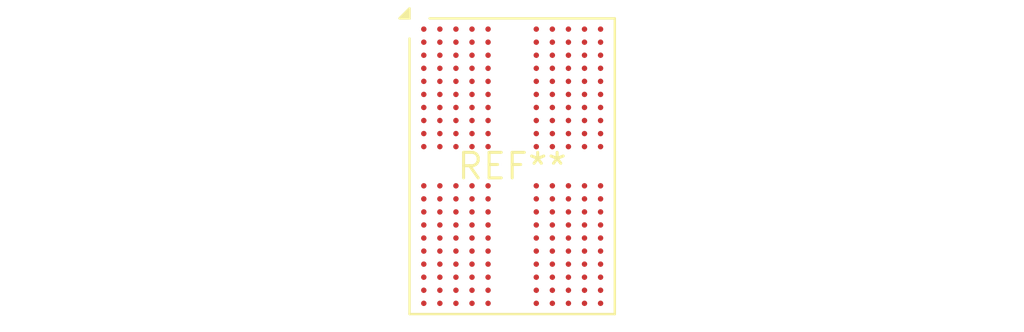
<source format=kicad_pcb>
(kicad_pcb (version 20240108) (generator pcbnew)
  (layers (0 "F.Cu" signal) (31 "B.Cu" signal) (34 "B.Paste" user) (35 "F.Paste" user) (36 "B.SilkS" user "B.Silkscreen") (37 "F.SilkS" user "F.Silkscreen") (38 "B.Mask" user) (39 "F.Mask" user) (44 "Edge.Cuts" user))
  (net 0 "")
  (footprint "BGA-200_10.0x14.5mm_Layout12x22_P0.80x0.65mm" (layer "F.Cu") (at 0 0)
    (property "Reference" "REF**")
    (property "Value" "BGA-200_10.0x14.5mm_Layout12x22_P0.80x0.65mm")
    (fp_line (start -5.11 7.36) (end -5.11 -6.36) (layer "F.SilkS") (stroke (width 0.12)))
    (fp_line (start -4.11 -7.36) (end 5.11 -7.36) (layer "F.SilkS") (stroke (width 0.12)))
    (fp_line (start 5.11 -7.36) (end 5.11 7.36) (layer "F.SilkS") (stroke (width 0.12)))
    (fp_line (start 5.11 7.36) (end -5.11 7.36) (layer "F.SilkS") (stroke (width 0.12)))
    (fp_poly (pts (xy -5.11 -7.36) (xy -5.61 -7.36) (xy -5.11 -7.86) (xy -5.11 -7.36)) (layer "F.SilkS") (stroke (width 0.12)) (fill solid))
    (pad "A1" smd circle (at -4.4 -6.825) (size 0.27 0.27) (property pad_prop_bga) (layers "F.Cu" "F.Paste" "F.Mask"))
    (pad "A2" smd circle (at -3.6 -6.825) (size 0.27 0.27) (property pad_prop_bga) (layers "F.Cu" "F.Paste" "F.Mask"))
    (pad "A3" smd circle (at -2.8 -6.825) (size 0.27 0.27) (property pad_prop_bga) (layers "F.Cu" "F.Paste" "F.Mask"))
    (pad "A4" smd circle (at -2 -6.825) (size 0.27 0.27) (property pad_prop_bga) (layers "F.Cu" "F.Paste" "F.Mask"))
    (pad "A5" smd circle (at -1.2 -6.825) (size 0.27 0.27) (property pad_prop_bga) (layers "F.Cu" "F.Paste" "F.Mask"))
    (pad "A8" smd circle (at 1.2 -6.825) (size 0.27 0.27) (property pad_prop_bga) (layers "F.Cu" "F.Paste" "F.Mask"))
    (pad "A9" smd circle (at 2 -6.825) (size 0.27 0.27) (property pad_prop_bga) (layers "F.Cu" "F.Paste" "F.Mask"))
    (pad "A10" smd circle (at 2.8 -6.825) (size 0.27 0.27) (property pad_prop_bga) (layers "F.Cu" "F.Paste" "F.Mask"))
    (pad "A11" smd circle (at 3.6 -6.825) (size 0.27 0.27) (property pad_prop_bga) (layers "F.Cu" "F.Paste" "F.Mask"))
    (pad "A12" smd circle (at 4.4 -6.825) (size 0.27 0.27) (property pad_prop_bga) (layers "F.Cu" "F.Paste" "F.Mask"))
    (pad "AA1" smd circle (at -4.4 6.175) (size 0.27 0.27) (property pad_prop_bga) (layers "F.Cu" "F.Paste" "F.Mask"))
    (pad "AA2" smd circle (at -3.6 6.175) (size 0.27 0.27) (property pad_prop_bga) (layers "F.Cu" "F.Paste" "F.Mask"))
    (pad "AA3" smd circle (at -2.8 6.175) (size 0.27 0.27) (property pad_prop_bga) (layers "F.Cu" "F.Paste" "F.Mask"))
    (pad "AA4" smd circle (at -2 6.175) (size 0.27 0.27) (property pad_prop_bga) (layers "F.Cu" "F.Paste" "F.Mask"))
    (pad "AA5" smd circle (at -1.2 6.175) (size 0.27 0.27) (property pad_prop_bga) (layers "F.Cu" "F.Paste" "F.Mask"))
    (pad "AA8" smd circle (at 1.2 6.175) (size 0.27 0.27) (property pad_prop_bga) (layers "F.Cu" "F.Paste" "F.Mask"))
    (pad "AA9" smd circle (at 2 6.175) (size 0.27 0.27) (property pad_prop_bga) (layers "F.Cu" "F.Paste" "F.Mask"))
    (pad "AA10" smd circle (at 2.8 6.175) (size 0.27 0.27) (property pad_prop_bga) (layers "F.Cu" "F.Paste" "F.Mask"))
    (pad "AA11" smd circle (at 3.6 6.175) (size 0.27 0.27) (property pad_prop_bga) (layers "F.Cu" "F.Paste" "F.Mask"))
    (pad "AA12" smd circle (at 4.4 6.175) (size 0.27 0.27) (property pad_prop_bga) (layers "F.Cu" "F.Paste" "F.Mask"))
    (pad "AB1" smd circle (at -4.4 6.825) (size 0.27 0.27) (property pad_prop_bga) (layers "F.Cu" "F.Paste" "F.Mask"))
    (pad "AB2" smd circle (at -3.6 6.825) (size 0.27 0.27) (property pad_prop_bga) (layers "F.Cu" "F.Paste" "F.Mask"))
    (pad "AB3" smd circle (at -2.8 6.825) (size 0.27 0.27) (property pad_prop_bga) (layers "F.Cu" "F.Paste" "F.Mask"))
    (pad "AB4" smd circle (at -2 6.825) (size 0.27 0.27) (property pad_prop_bga) (layers "F.Cu" "F.Paste" "F.Mask"))
    (pad "AB5" smd circle (at -1.2 6.825) (size 0.27 0.27) (property pad_prop_bga) (layers "F.Cu" "F.Paste" "F.Mask"))
    (pad "AB8" smd circle (at 1.2 6.825) (size 0.27 0.27) (property pad_prop_bga) (layers "F.Cu" "F.Paste" "F.Mask"))
    (pad "AB9" smd circle (at 2 6.825) (size 0.27 0.27) (property pad_prop_bga) (layers "F.Cu" "F.Paste" "F.Mask"))
    (pad "AB10" smd circle (at 2.8 6.825) (size 0.27 0.27) (property pad_prop_bga) (layers "F.Cu" "F.Paste" "F.Mask"))
    (pad "AB11" smd circle (at 3.6 6.825) (size 0.27 0.27) (property pad_prop_bga) (layers "F.Cu" "F.Paste" "F.Mask"))
    (pad "AB12" smd circle (at 4.4 6.825) (size 0.27 0.27) (property pad_prop_bga) (layers "F.Cu" "F.Paste" "F.Mask"))
    (pad "B1" smd circle (at -4.4 -6.175) (size 0.27 0.27) (property pad_prop_bga) (layers "F.Cu" "F.Paste" "F.Mask"))
    (pad "B2" smd circle (at -3.6 -6.175) (size 0.27 0.27) (property pad_prop_bga) (layers "F.Cu" "F.Paste" "F.Mask"))
    (pad "B3" smd circle (at -2.8 -6.175) (size 0.27 0.27) (property pad_prop_bga) (layers "F.Cu" "F.Paste" "F.Mask"))
    (pad "B4" smd circle (at -2 -6.175) (size 0.27 0.27) (property pad_prop_bga) (layers "F.Cu" "F.Paste" "F.Mask"))
    (pad "B5" smd circle (at -1.2 -6.175) (size 0.27 0.27) (property pad_prop_bga) (layers "F.Cu" "F.Paste" "F.Mask"))
    (pad "B8" smd circle (at 1.2 -6.175) (size 0.27 0.27) (property pad_prop_bga) (layers "F.Cu" "F.Paste" "F.Mask"))
    (pad "B9" smd circle (at 2 -6.175) (size 0.27 0.27) (property pad_prop_bga) (layers "F.Cu" "F.Paste" "F.Mask"))
    (pad "B10" smd circle (at 2.8 -6.175) (size 0.27 0.27) (property pad_prop_bga) (layers "F.Cu" "F.Paste" "F.Mask"))
    (pad "B11" smd circle (at 3.6 -6.175) (size 0.27 0.27) (property pad_prop_bga) (layers "F.Cu" "F.Paste" "F.Mask"))
    (pad "B12" smd circle (at 4.4 -6.175) (size 0.27 0.27) (property pad_prop_bga) (layers "F.Cu" "F.Paste" "F.Mask"))
    (pad "C1" smd circle (at -4.4 -5.525) (size 0.27 0.27) (property pad_prop_bga) (layers "F.Cu" "F.Paste" "F.Mask"))
    (pad "C2" smd circle (at -3.6 -5.525) (size 0.27 0.27) (property pad_prop_bga) (layers "F.Cu" "F.Paste" "F.Mask"))
    (pad "C3" smd circle (at -2.8 -5.525) (size 0.27 0.27) (property pad_prop_bga) (layers "F.Cu" "F.Paste" "F.Mask"))
    (pad "C4" smd circle (at -2 -5.525) (size 0.27 0.27) (property pad_prop_bga) (layers "F.Cu" "F.Paste" "F.Mask"))
    (pad "C5" smd circle (at -1.2 -5.525) (size 0.27 0.27) (property pad_prop_bga) (layers "F.Cu" "F.Paste" "F.Mask"))
    (pad "C8" smd circle (at 1.2 -5.525) (size 0.27 0.27) (property pad_prop_bga) (layers "F.Cu" "F.Paste" "F.Mask"))
    (pad "C9" smd circle (at 2 -5.525) (size 0.27 0.27) (property pad_prop_bga) (layers "F.Cu" "F.Paste" "F.Mask"))
    (pad "C10" smd circle (at 2.8 -5.525) (size 0.27 0.27) (property pad_prop_bga) (layers "F.Cu" "F.Paste" "F.Mask"))
    (pad "C11" smd circle (at 3.6 -5.525) (size 0.27 0.27) (property pad_prop_bga) (layers "F.Cu" "F.Paste" "F.Mask"))
    (pad "C12" smd circle (at 4.4 -5.525) (size 0.27 0.27) (property pad_prop_bga) (layers "F.Cu" "F.Paste" "F.Mask"))
    (pad "D1" smd circle (at -4.4 -4.875) (size 0.27 0.27) (property pad_prop_bga) (layers "F.Cu" "F.Paste" "F.Mask"))
    (pad "D2" smd circle (at -3.6 -4.875) (size 0.27 0.27) (property pad_prop_bga) (layers "F.Cu" "F.Paste" "F.Mask"))
    (pad "D3" smd circle (at -2.8 -4.875) (size 0.27 0.27) (property pad_prop_bga) (layers "F.Cu" "F.Paste" "F.Mask"))
    (pad "D4" smd circle (at -2 -4.875) (size 0.27 0.27) (property pad_prop_bga) (layers "F.Cu" "F.Paste" "F.Mask"))
    (pad "D5" smd circle (at -1.2 -4.875) (size 0.27 0.27) (property pad_prop_bga) (layers "F.Cu" "F.Paste" "F.Mask"))
    (pad "D8" smd circle (at 1.2 -4.875) (size 0.27 0.27) (property pad_prop_bga) (layers "F.Cu" "F.Paste" "F.Mask"))
    (pad "D9" smd circle (at 2 -4.875) (size 0.27 0.27) (property pad_prop_bga) (layers "F.Cu" "F.Paste" "F.Mask"))
    (pad "D10" smd circle (at 2.8 -4.875) (size 0.27 0.27) (property pad_prop_bga) (layers "F.Cu" "F.Paste" "F.Mask"))
    (pad "D11" smd circle (at 3.6 -4.875) (size 0.27 0.27) (property pad_prop_bga) (layers "F.Cu" "F.Paste" "F.Mask"))
    (pad "D12" smd circle (at 4.4 -4.875) (size 0.27 0.27) (property pad_prop_bga) (layers "F.Cu" "F.Paste" "F.Mask"))
    (pad "E1" smd circle (at -4.4 -4.225) (size 0.27 0.27) (property pad_prop_bga) (layers "F.Cu" "F.Paste" "F.Mask"))
    (pad "E2" smd circle (at -3.6 -4.225) (size 0.27 0.27) (property pad_prop_bga) (layers "F.Cu" "F.Paste" "F.Mask"))
    (pad "E3" smd circle (at -2.8 -4.225) (size 0.27 0.27) (property pad_prop_bga) (layers "F.Cu" "F.Paste" "F.Mask"))
    (pad "E4" smd circle (at -2 -4.225) (size 0.27 0.27) (property pad_prop_bga) (layers "F.Cu" "F.Paste" "F.Mask"))
    (pad "E5" smd circle (at -1.2 -4.225) (size 0.27 0.27) (property pad_prop_bga) (layers "F.Cu" "F.Paste" "F.Mask"))
    (pad "E8" smd circle (at 1.2 -4.225) (size 0.27 0.27) (property pad_prop_bga) (layers "F.Cu" "F.Paste" "F.Mask"))
    (pad "E9" smd circle (at 2 -4.225) (size 0.27 0.27) (property pad_prop_bga) (layers "F.Cu" "F.Paste" "F.Mask"))
    (pad "E10" smd circle (at 2.8 -4.225) (size 0.27 0.27) (property pad_prop_bga) (layers "F.Cu" "F.Paste" "F.Mask"))
    (pad "E11" smd circle (at 3.6 -4.225) (size 0.27 0.27) (property pad_prop_bga) (layers "F.Cu" "F.Paste" "F.Mask"))
    (pad "E12" smd circle (at 4.4 -4.225) (size 0.27 0.27) (property pad_prop_bga) (layers "F.Cu" "F.Paste" "F.Mask"))
    (pad "F1" smd circle (at -4.4 -3.575) (size 0.27 0.27) (property pad_prop_bga) (layers "F.Cu" "F.Paste" "F.Mask"))
    (pad "F2" smd circle (at -3.6 -3.575) (size 0.27 0.27) (property pad_prop_bga) (layers "F.Cu" "F.Paste" "F.Mask"))
    (pad "F3" smd circle (at -2.8 -3.575) (size 0.27 0.27) (property pad_prop_bga) (layers "F.Cu" "F.Paste" "F.Mask"))
    (pad "F4" smd circle (at -2 -3.575) (size 0.27 0.27) (property pad_prop_bga) (layers "F.Cu" "F.Paste" "F.Mask"))
    (pad "F5" smd circle (at -1.2 -3.575) (size 0.27 0.27) (property pad_prop_bga) (layers "F.Cu" "F.Paste" "F.Mask"))
    (pad "F8" smd circle (at 1.2 -3.575) (size 0.27 0.27) (property pad_prop_bga) (layers "F.Cu" "F.Paste" "F.Mask"))
    (pad "F9" smd circle (at 2 -3.575) (size 0.27 0.27) (property pad_prop_bga) (layers "F.Cu" "F.Paste" "F.Mask"))
    (pad "F10" smd circle (at 2.8 -3.575) (size 0.27 0.27) (property pad_prop_bga) (layers "F.Cu" "F.Paste" "F.Mask"))
    (pad "F11" smd circle (at 3.6 -3.575) (size 0.27 0.27) (property pad_prop_bga) (layers "F.Cu" "F.Paste" "F.Mask"))
    (pad "F12" smd circle (at 4.4 -3.575) (size 0.27 0.27) (property pad_prop_bga) (layers "F.Cu" "F.Paste" "F.Mask"))
    (pad "G1" smd circle (at -4.4 -2.925) (size 0.27 0.27) (property pad_prop_bga) (layers "F.Cu" "F.Paste" "F.Mask"))
    (pad "G2" smd circle (at -3.6 -2.925) (size 0.27 0.27) (property pad_prop_bga) (layers "F.Cu" "F.Paste" "F.Mask"))
    (pad "G3" smd circle (at -2.8 -2.925) (size 0.27 0.27) (property pad_prop_bga) (layers "F.Cu" "F.Paste" "F.Mask"))
    (pad "G4" smd circle (at -2 -2.925) (size 0.27 0.27) (property pad_prop_bga) (layers "F.Cu" "F.Paste" "F.Mask"))
    (pad "G5" smd circle (at -1.2 -2.925) (size 0.27 0.27) (property pad_prop_bga) (layers "F.Cu" "F.Paste" "F.Mask"))
    (pad "G8" smd circle (at 1.2 -2.925) (size 0.27 0.27) (property pad_prop_bga) (layers "F.Cu" "F.Paste" "F.Mask"))
    (pad "G9" smd circle (at 2 -2.925) (size 0.27 0.27) (property pad_prop_bga) (layers "F.Cu" "F.Paste" "F.Mask"))
    (pad "G10" smd circle (at 2.8 -2.925) (size 0.27 0.27) (property pad_prop_bga) (layers "F.Cu" "F.Paste" "F.Mask"))
    (pad "G11" smd circle (at 3.6 -2.925) (size 0.27 0.27) (property pad_prop_bga) (layers "F.Cu" "F.Paste" "F.Mask"))
    (pad "G12" smd circle (at 4.4 -2.925) (size 0.27 0.27) (property pad_prop_bga) (layers "F.Cu" "F.Paste" "F.Mask"))
    (pad "H1" smd circle (at -4.4 -2.275) (size 0.27 0.27) (property pad_prop_bga) (layers "F.Cu" "F.Paste" "F.Mask"))
    (pad "H2" smd circle (at -3.6 -2.275) (size 0.27 0.27) (property pad_prop_bga) (layers "F.Cu" "F.Paste" "F.Mask"))
    (pad "H3" smd circle (at -2.8 -2.275) (size 0.27 0.27) (property pad_prop_bga) (layers "F.Cu" "F.Paste" "F.Mask"))
    (pad "H4" smd circle (at -2 -2.275) (size 0.27 0.27) (property pad_prop_bga) (layers "F.Cu" "F.Paste" "F.Mask"))
    (pad "H5" smd circle (at -1.2 -2.275) (size 0.27 0.27) (property pad_prop_bga) (layers "F.Cu" "F.Paste" "F.Mask"))
    (pad "H8" smd circle (at 1.2 -2.275) (size 0.27 0.27) (property pad_prop_bga) (layers "F.Cu" "F.Paste" "F.Mask"))
    (pad "H9" smd circle (at 2 -2.275) (size 0.27 0.27) (property pad_prop_bga) (layers "F.Cu" "F.Paste" "F.Mask"))
    (pad "H10" smd circle (at 2.8 -2.275) (size 0.27 0.27) (property pad_prop_bga) (layers "F.Cu" "F.Paste" "F.Mask"))
    (pad "H11" smd circle (at 3.6 -2.275) (size 0.27 0.27) (property pad_prop_bga) (layers "F.Cu" "F.Paste" "F.Mask"))
    (pad "H12" smd circle (at 4.4 -2.275) (size 0.27 0.27) (property pad_prop_bga) (layers "F.Cu" "F.Paste" "F.Mask"))
    (pad "J1" smd circle (at -4.4 -1.625) (size 0.27 0.27) (property pad_prop_bga) (layers "F.Cu" "F.Paste" "F.Mask"))
    (pad "J2" smd circle (at -3.6 -1.625) (size 0.27 0.27) (property pad_prop_bga) (layers "F.Cu" "F.Paste" "F.Mask"))
    (pad "J3" smd circle (at -2.8 -1.625) (size 0.27 0.27) (property pad_prop_bga) (layers "F.Cu" "F.Paste" "F.Mask"))
    (pad "J4" smd circle (at -2 -1.625) (size 0.27 0.27) (property pad_prop_bga) (layers "F.Cu" "F.Paste" "F.Mask"))
    (pad "J5" smd circle (at -1.2 -1.625) (size 0.27 0.27) (property pad_prop_bga) (layers "F.Cu" "F.Paste" "F.Mask"))
    (pad "J8" smd circle (at 1.2 -1.625) (size 0.27 0.27) (property pad_prop_bga) (layers "F.Cu" "F.Paste" "F.Mask"))
    (pad "J9" smd circle (at 2 -1.625) (size 0.27 0.27) (property pad_prop_bga) (layers "F.Cu" "F.Paste" "F.Mask"))
    (pad "J10" smd circle (at 2.8 -1.625) (size 0.27 0.27) (property pad_prop_bga) (layers "F.Cu" "F.Paste" "F.Mask"))
    (pad "J11" smd circle (at 3.6 -1.625) (size 0.27 0.27) (property pad_prop_bga) (layers "F.Cu" "F.Paste" "F.Mask"))
    (pad "J12" smd circle (at 4.4 -1.625) (size 0.27 0.27) (property pad_prop_bga) (layers "F.Cu" "F.Paste" "F.Mask"))
    (pad "K1" smd circle (at -4.4 -0.975) (size 0.27 0.27) (property pad_prop_bga) (layers "F.Cu" "F.Paste" "F.Mask"))
    (pad "K2" smd circle (at -3.6 -0.975) (size 0.27 0.27) (property pad_prop_bga) (layers "F.Cu" "F.Paste" "F.Mask"))
    (pad "K3" smd circle (at -2.8 -0.975) (size 0.27 0.27) (property pad_prop_bga) (layers "F.Cu" "F.Paste" "F.Mask"))
    (pad "K4" smd circle (at -2 -0.975) (size 0.27 0.27) (property pad_prop_bga) (layers "F.Cu" "F.Paste" "F.Mask"))
    (pad "K5" smd circle (at -1.2 -0.975) (size 0.27 0.27) (property pad_prop_bga) (layers "F.Cu" "F.Paste" "F.Mask"))
    (pad "K8" smd circle (at 1.2 -0.975) (size 0.27 0.27) (property pad_prop_bga) (layers "F.Cu" "F.Paste" "F.Mask"))
    (pad "K9" smd circle (at 2 -0.975) (size 0.27 0.27) (property pad_prop_bga) (layers "F.Cu" "F.Paste" "F.Mask"))
    (pad "K10" smd circle (at 2.8 -0.975) (size 0.27 0.27) (property pad_prop_bga) (layers "F.Cu" "F.Paste" "F.Mask"))
    (pad "K11" smd circle (at 3.6 -0.975) (size 0.27 0.27) (property pad_prop_bga) (layers "F.Cu" "F.Paste" "F.Mask"))
    (pad "K12" smd circle (at 4.4 -0.975) (size 0.27 0.27) (property pad_prop_bga) (layers "F.Cu" "F.Paste" "F.Mask"))
    (pad "N1" smd circle (at -4.4 0.975) (size 0.27 0.27) (property pad_prop_bga) (layers "F.Cu" "F.Paste" "F.Mask"))
    (pad "N2" smd circle (at -3.6 0.975) (size 0.27 0.27) (property pad_prop_bga) (layers "F.Cu" "F.Paste" "F.Mask"))
    (pad "N3" smd circle (at -2.8 0.975) (size 0.27 0.27) (property pad_prop_bga) (layers "F.Cu" "F.Paste" "F.Mask"))
    (pad "N4" smd circle (at -2 0.975) (size 0.27 0.27) (property pad_prop_bga) (layers "F.Cu" "F.Paste" "F.Mask"))
    (pad "N5" smd circle (at -1.2 0.975) (size 0.27 0.27) (property pad_prop_bga) (layers "F.Cu" "F.Paste" "F.Mask"))
    (pad "N8" smd circle (at 1.2 0.975) (size 0.27 0.27) (property pad_prop_bga) (layers "F.Cu" "F.Paste" "F.Mask"))
    (pad "N9" smd circle (at 2 0.975) (size 0.27 0.27) (property pad_prop_bga) (layers "F.Cu" "F.Paste" "F.Mask"))
    (pad "N10" smd circle (at 2.8 0.975) (size 0.27 0.27) (property pad_prop_bga) (layers "F.Cu" "F.Paste" "F.Mask"))
    (pad "N11" smd circle (at 3.6 0.975) (size 0.27 0.27) (property pad_prop_bga) (layers "F.Cu" "F.Paste" "F.Mask"))
    (pad "N12" smd circle (at 4.4 0.975) (size 0.27 0.27) (property pad_prop_bga) (layers "F.Cu" "F.Paste" "F.Mask"))
    (pad "P1" smd circle (at -4.4 1.625) (size 0.27 0.27) (property pad_prop_bga) (layers "F.Cu" "F.Paste" "F.Mask"))
    (pad "P2" smd circle (at -3.6 1.625) (size 0.27 0.27) (property pad_prop_bga) (layers "F.Cu" "F.Paste" "F.Mask"))
    (pad "P3" smd circle (at -2.8 1.625) (size 0.27 0.27) (property pad_prop_bga) (layers "F.Cu" "F.Paste" "F.Mask"))
    (pad "P4" smd circle (at -2 1.625) (size 0.27 0.27) (property pad_prop_bga) (layers "F.Cu" "F.Paste" "F.Mask"))
    (pad "P5" smd circle (at -1.2 1.625) (size 0.27 0.27) (property pad_prop_bga) (layers "F.Cu" "F.Paste" "F.Mask"))
    (pad "P8" smd circle (at 1.2 1.625) (size 0.27 0.27) (property pad_prop_bga) (layers "F.Cu" "F.Paste" "F.Mask"))
    (pad "P9" smd circle (at 2 1.625) (size 0.27 0.27) (property pad_prop_bga) (layers "F.Cu" "F.Paste" "F.Mask"))
    (pad "P10" smd circle (at 2.8 1.625) (size 0.27 0.27) (property pad_prop_bga) (layers "F.Cu" "F.Paste" "F.Mask"))
    (pad "P11" smd circle (at 3.6 1.625) (size 0.27 0.27) (property pad_prop_bga) (layers "F.Cu" "F.Paste" "F.Mask"))
    (pad "P12" smd circle (at 4.4 1.625) (size 0.27 0.27) (property pad_prop_bga) (layers "F.Cu" "F.Paste" "F.Mask"))
    (pad "R1" smd circle (at -4.4 2.275) (size 0.27 0.27) (property pad_prop_bga) (layers "F.Cu" "F.Paste" "F.Mask"))
    (pad "R2" smd circle (at -3.6 2.275) (size 0.27 0.27) (property pad_prop_bga) (layers "F.Cu" "F.Paste" "F.Mask"))
    (pad "R3" smd circle (at -2.8 2.275) (size 0.27 0.27) (property pad_prop_bga) (layers "F.Cu" "F.Paste" "F.Mask"))
    (pad "R4" smd circle (at -2 2.275) (size 0.27 0.27) (property pad_prop_bga) (layers "F.Cu" "F.Paste" "F.Mask"))
    (pad "R5" smd circle (at -1.2 2.275) (size 0.27 0.27) (property pad_prop_bga) (layers "F.Cu" "F.Paste" "F.Mask"))
    (pad "R8" smd circle (at 1.2 2.275) (size 0.27 0.27) (property pad_prop_bga) (layers "F.Cu" "F.Paste" "F.Mask"))
    (pad "R9" smd circle (at 2 2.275) (size 0.27 0.27) (property pad_prop_bga) (layers "F.Cu" "F.Paste" "F.Mask"))
    (pad "R10" smd circle (at 2.8 2.275) (size 0.27 0.27) (property pad_prop_bga) (layers "F.Cu" "F.Paste" "F.Mask"))
    (pad "R11" smd circle (at 3.6 2.275) (size 0.27 0.27) (property pad_prop_bga) (layers "F.Cu" "F.Paste" "F.Mask"))
    (pad "R12" smd circle (at 4.4 2.275) (size 0.27 0.27) (property pad_prop_bga) (layers "F.Cu" "F.Paste" "F.Mask"))
    (pad "T1" smd circle (at -4.4 2.925) (size 0.27 0.27) (property pad_prop_bga) (layers "F.Cu" "F.Paste" "F.Mask"))
    (pad "T2" smd circle (at -3.6 2.925) (size 0.27 0.27) (property pad_prop_bga) (layers "F.Cu" "F.Paste" "F.Mask"))
    (pad "T3" smd circle (at -2.8 2.925) (size 0.27 0.27) (property pad_prop_bga) (layers "F.Cu" "F.Paste" "F.Mask"))
    (pad "T4" smd circle (at -2 2.925) (size 0.27 0.27) (property pad_prop_bga) (layers "F.Cu" "F.Paste" "F.Mask"))
    (pad "T5" smd circle (at -1.2 2.925) (size 0.27 0.27) (property pad_prop_bga) (layers "F.Cu" "F.Paste" "F.Mask"))
    (pad "T8" smd circle (at 1.2 2.925) (size 0.27 0.27) (property pad_prop_bga) (layers "F.Cu" "F.Paste" "F.Mask"))
    (pad "T9" smd circle (at 2 2.925) (size 0.27 0.27) (property pad_prop_bga) (layers "F.Cu" "F.Paste" "F.Mask"))
    (pad "T10" smd circle (at 2.8 2.925) (size 0.27 0.27) (property pad_prop_bga) (layers "F.Cu" "F.Paste" "F.Mask"))
    (pad "T11" smd circle (at 3.6 2.925) (size 0.27 0.27) (property pad_prop_bga) (layers "F.Cu" "F.Paste" "F.Mask"))
    (pad "T12" smd circle (at 4.4 2.925) (size 0.27 0.27) (property pad_prop_bga) (layers "F.Cu" "F.Paste" "F.Mask"))
    (pad "U1" smd circle (at -4.4 3.575) (size 0.27 0.27) (property pad_prop_bga) (layers "F.Cu" "F.Paste" "F.Mask"))
    (pad "U2" smd circle (at -3.6 3.575) (size 0.27 0.27) (property pad_prop_bga) (layers "F.Cu" "F.Paste" "F.Mask"))
    (pad "U3" smd circle (at -2.8 3.575) (size 0.27 0.27) (property pad_prop_bga) (layers "F.Cu" "F.Paste" "F.Mask"))
    (pad "U4" smd circle (at -2 3.575) (size 0.27 0.27) (property pad_prop_bga) (layers "F.Cu" "F.Paste" "F.Mask"))
    (pad "U5" smd circle (at -1.2 3.575) (size 0.27 0.27) (property pad_prop_bga) (layers "F.Cu" "F.Paste" "F.Mask"))
    (pad "U8" smd circle (at 1.2 3.575) (size 0.27 0.27) (property pad_prop_bga) (layers "F.Cu" "F.Paste" "F.Mask"))
    (pad "U9" smd circle (at 2 3.575) (size 0.27 0.27) (property pad_prop_bga) (layers "F.Cu" "F.Paste" "F.Mask"))
    (pad "U10" smd circle (at 2.8 3.575) (size 0.27 0.27) (property pad_prop_bga) (layers "F.Cu" "F.Paste" "F.Mask"))
    (pad "U11" smd circle (at 3.6 3.575) (size 0.27 0.27) (property pad_prop_bga) (layers "F.Cu" "F.Paste" "F.Mask"))
    (pad "U12" smd circle (at 4.4 3.575) (size 0.27 0.27) (property pad_prop_bga) (layers "F.Cu" "F.Paste" "F.Mask"))
    (pad "V1" smd circle (at -4.4 4.225) (size 0.27 0.27) (property pad_prop_bga) (layers "F.Cu" "F.Paste" "F.Mask"))
    (pad "V2" smd circle (at -3.6 4.225) (size 0.27 0.27) (property pad_prop_bga) (layers "F.Cu" "F.Paste" "F.Mask"))
    (pad "V3" smd circle (at -2.8 4.225) (size 0.27 0.27) (property pad_prop_bga) (layers "F.Cu" "F.Paste" "F.Mask"))
    (pad "V4" smd circle (at -2 4.225) (size 0.27 0.27) (property pad_prop_bga) (layers "F.Cu" "F.Paste" "F.Mask"))
    (pad "V5" smd circle (at -1.2 4.225) (size 0.27 0.27) (property pad_prop_bga) (layers "F.Cu" "F.Paste" "F.Mask"))
    (pad "V8" smd circle (at 1.2 4.225) (size 0.27 0.27) (property pad_prop_bga) (layers "F.Cu" "F.Paste" "F.Mask"))
    (pad "V9" smd circle (at 2 4.225) (size 0.27 0.27) (property pad_prop_bga) (layers "F.Cu" "F.Paste" "F.Mask"))
    (pad "V10" smd circle (at 2.8 4.225) (size 0.27 0.27) (property pad_prop_bga) (layers "F.Cu" "F.Paste" "F.Mask"))
    (pad "V11" smd circle (at 3.6 4.225) (size 0.27 0.27) (property pad_prop_bga) (layers "F.Cu" "F.Paste" "F.Mask"))
    (pad "V12" smd circle (at 4.4 4.225) (size 0.27 0.27) (property pad_prop_bga) (layers "F.Cu" "F.Paste" "F.Mask"))
    (pad "W1" smd circle (at -4.4 4.875) (size 0.27 0.27) (property pad_prop_bga) (layers "F.Cu" "F.Paste" "F.Mask"))
    (pad "W2" smd circle (at -3.6 4.875) (size 0.27 0.27) (property pad_prop_bga) (layers "F.Cu" "F.Paste" "F.Mask"))
    (pad "W3" smd circle (at -2.8 4.875) (size 0.27 0.27) (property pad_prop_bga) (layers "F.Cu" "F.Paste" "F.Mask"))
    (pad "W4" smd circle (at -2 4.875) (size 0.27 0.27) (property pad_prop_bga) (layers "F.Cu" "F.Paste" "F.Mask"))
    (pad "W5" smd circle (at -1.2 4.875) (size 0.27 0.27) (property pad_prop_bga) (layers "F.Cu" "F.Paste" "F.Mask"))
    (pad "W8" smd circle (at 1.2 4.875) (size 0.27 0.27) (property pad_prop_bga) (layers "F.Cu" "F.Paste" "F.Mask"))
    (pad "W9" smd circle (at 2 4.875) (size 0.27 0.27) (property pad_prop_bga) (layers "F.Cu" "F.Paste" "F.Mask"))
    (pad "W10" smd circle (at 2.8 4.875) (size 0.27 0.27) (property pad_prop_bga) (layers "F.Cu" "F.Paste" "F.Mask"))
    (pad "W11" smd circle (at 3.6 4.875) (size 0.27 0.27) (property pad_prop_bga) (layers "F.Cu" "F.Paste" "F.Mask"))
    (pad "W12" smd circle (at 4.4 4.875) (size 0.27 0.27) (property pad_prop_bga) (layers "F.Cu" "F.Paste" "F.Mask"))
    (pad "Y1" smd circle (at -4.4 5.525) (size 0.27 0.27) (property pad_prop_bga) (layers "F.Cu" "F.Paste" "F.Mask"))
    (pad "Y2" smd circle (at -3.6 5.525) (size 0.27 0.27) (property pad_prop_bga) (layers "F.Cu" "F.Paste" "F.Mask"))
    (pad "Y3" smd circle (at -2.8 5.525) (size 0.27 0.27) (property pad_prop_bga) (layers "F.Cu" "F.Paste" "F.Mask"))
    (pad "Y4" smd circle (at -2 5.525) (size 0.27 0.27) (property pad_prop_bga) (layers "F.Cu" "F.Paste" "F.Mask"))
    (pad "Y5" smd circle (at -1.2 5.525) (size 0.27 0.27) (property pad_prop_bga) (layers "F.Cu" "F.Paste" "F.Mask"))
    (pad "Y8" smd circle (at 1.2 5.525) (size 0.27 0.27) (property pad_prop_bga) (layers "F.Cu" "F.Paste" "F.Mask"))
    (pad "Y9" smd circle (at 2 5.525) (size 0.27 0.27) (property pad_prop_bga) (layers "F.Cu" "F.Paste" "F.Mask"))
    (pad "Y10" smd circle (at 2.8 5.525) (size 0.27 0.27) (property pad_prop_bga) (layers "F.Cu" "F.Paste" "F.Mask"))
    (pad "Y11" smd circle (at 3.6 5.525) (size 0.27 0.27) (property pad_prop_bga) (layers "F.Cu" "F.Paste" "F.Mask"))
    (pad "Y12" smd circle (at 4.4 5.525) (size 0.27 0.27) (property pad_prop_bga) (layers "F.Cu" "F.Paste" "F.Mask"))
  )
)
</source>
